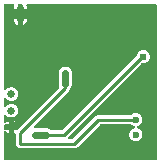
<source format=gbl>
G04 Layer: BottomLayer*
G04 EasyEDA v6.4.5, 2020-09-20T16:18:12--7:00*
G04 bc100e7cdeee4e5aa78747fa08b5d3d3,abbdd1fb948b472fab9dcc4573dbb586,10*
G04 Gerber Generator version 0.2*
G04 Scale: 100 percent, Rotated: No, Reflected: No *
G04 Dimensions in millimeters *
G04 leading zeros omitted , absolute positions ,3 integer and 3 decimal *
%FSLAX33Y33*%
%MOMM*%
G90*
G71D02*

%ADD10C,0.254000*%
%ADD11C,0.599999*%
%ADD12C,0.609600*%
%ADD15C,0.650011*%

%LPD*%
G36*
G01X1043Y13459D02*
G01X358Y13459D01*
G01X343Y13458D01*
G01X329Y13455D01*
G01X315Y13450D01*
G01X303Y13443D01*
G01X291Y13434D01*
G01X281Y13424D01*
G01X272Y13412D01*
G01X265Y13400D01*
G01X260Y13386D01*
G01X257Y13372D01*
G01X256Y13357D01*
G01X256Y6271D01*
G01X257Y6257D01*
G01X260Y6243D01*
G01X265Y6229D01*
G01X272Y6216D01*
G01X281Y6205D01*
G01X291Y6195D01*
G01X303Y6186D01*
G01X315Y6179D01*
G01X329Y6174D01*
G01X343Y6171D01*
G01X358Y6170D01*
G01X373Y6171D01*
G01X387Y6174D01*
G01X401Y6180D01*
G01X415Y6187D01*
G01X426Y6197D01*
G01X436Y6208D01*
G01X459Y6234D01*
G01X483Y6259D01*
G01X509Y6282D01*
G01X535Y6303D01*
G01X563Y6324D01*
G01X592Y6342D01*
G01X623Y6359D01*
G01X654Y6373D01*
G01X686Y6387D01*
G01X718Y6398D01*
G01X752Y6407D01*
G01X785Y6414D01*
G01X819Y6419D01*
G01X854Y6422D01*
G01X889Y6423D01*
G01X924Y6422D01*
G01X959Y6419D01*
G01X993Y6414D01*
G01X1028Y6406D01*
G01X1062Y6397D01*
G01X1095Y6385D01*
G01X1127Y6372D01*
G01X1159Y6357D01*
G01X1189Y6339D01*
G01X1219Y6320D01*
G01X1247Y6299D01*
G01X1274Y6277D01*
G01X1324Y6227D01*
G01X1346Y6200D01*
G01X1367Y6172D01*
G01X1386Y6142D01*
G01X1404Y6112D01*
G01X1419Y6080D01*
G01X1432Y6048D01*
G01X1444Y6015D01*
G01X1453Y5981D01*
G01X1461Y5946D01*
G01X1466Y5912D01*
G01X1469Y5877D01*
G01X1470Y5842D01*
G01X1469Y5806D01*
G01X1466Y5771D01*
G01X1461Y5737D01*
G01X1453Y5702D01*
G01X1444Y5668D01*
G01X1432Y5635D01*
G01X1419Y5603D01*
G01X1404Y5571D01*
G01X1386Y5541D01*
G01X1367Y5511D01*
G01X1346Y5483D01*
G01X1324Y5456D01*
G01X1274Y5406D01*
G01X1247Y5384D01*
G01X1219Y5363D01*
G01X1189Y5344D01*
G01X1159Y5326D01*
G01X1127Y5311D01*
G01X1095Y5298D01*
G01X1062Y5286D01*
G01X1028Y5277D01*
G01X993Y5269D01*
G01X959Y5264D01*
G01X924Y5261D01*
G01X889Y5260D01*
G01X854Y5261D01*
G01X819Y5264D01*
G01X785Y5269D01*
G01X752Y5276D01*
G01X718Y5285D01*
G01X686Y5296D01*
G01X654Y5310D01*
G01X623Y5324D01*
G01X592Y5341D01*
G01X563Y5359D01*
G01X535Y5380D01*
G01X509Y5401D01*
G01X483Y5424D01*
G01X459Y5449D01*
G01X436Y5475D01*
G01X426Y5486D01*
G01X415Y5496D01*
G01X401Y5503D01*
G01X387Y5509D01*
G01X373Y5512D01*
G01X358Y5513D01*
G01X343Y5512D01*
G01X329Y5509D01*
G01X315Y5504D01*
G01X303Y5497D01*
G01X291Y5488D01*
G01X281Y5478D01*
G01X272Y5467D01*
G01X265Y5454D01*
G01X260Y5440D01*
G01X257Y5426D01*
G01X256Y5412D01*
G01X256Y4874D01*
G01X257Y4860D01*
G01X260Y4846D01*
G01X265Y4832D01*
G01X272Y4819D01*
G01X281Y4808D01*
G01X291Y4798D01*
G01X303Y4789D01*
G01X315Y4782D01*
G01X329Y4777D01*
G01X343Y4774D01*
G01X358Y4773D01*
G01X373Y4774D01*
G01X387Y4777D01*
G01X401Y4783D01*
G01X415Y4790D01*
G01X426Y4800D01*
G01X436Y4811D01*
G01X459Y4837D01*
G01X483Y4862D01*
G01X509Y4885D01*
G01X535Y4906D01*
G01X563Y4927D01*
G01X592Y4945D01*
G01X623Y4962D01*
G01X654Y4976D01*
G01X686Y4990D01*
G01X718Y5001D01*
G01X752Y5010D01*
G01X785Y5017D01*
G01X819Y5022D01*
G01X854Y5025D01*
G01X889Y5026D01*
G01X924Y5025D01*
G01X959Y5022D01*
G01X993Y5017D01*
G01X1028Y5009D01*
G01X1062Y5000D01*
G01X1095Y4988D01*
G01X1127Y4975D01*
G01X1159Y4960D01*
G01X1189Y4942D01*
G01X1219Y4923D01*
G01X1247Y4902D01*
G01X1274Y4880D01*
G01X1324Y4830D01*
G01X1346Y4803D01*
G01X1367Y4775D01*
G01X1386Y4745D01*
G01X1404Y4715D01*
G01X1419Y4683D01*
G01X1432Y4651D01*
G01X1444Y4618D01*
G01X1453Y4584D01*
G01X1461Y4549D01*
G01X1466Y4515D01*
G01X1469Y4480D01*
G01X1470Y4445D01*
G01X1469Y4409D01*
G01X1466Y4374D01*
G01X1461Y4340D01*
G01X1453Y4305D01*
G01X1444Y4271D01*
G01X1432Y4238D01*
G01X1419Y4206D01*
G01X1404Y4174D01*
G01X1386Y4144D01*
G01X1367Y4114D01*
G01X1346Y4086D01*
G01X1324Y4059D01*
G01X1274Y4009D01*
G01X1247Y3987D01*
G01X1219Y3966D01*
G01X1189Y3947D01*
G01X1159Y3929D01*
G01X1127Y3914D01*
G01X1095Y3901D01*
G01X1062Y3889D01*
G01X1028Y3880D01*
G01X993Y3872D01*
G01X959Y3867D01*
G01X924Y3864D01*
G01X889Y3863D01*
G01X854Y3864D01*
G01X819Y3867D01*
G01X785Y3872D01*
G01X752Y3879D01*
G01X718Y3888D01*
G01X686Y3899D01*
G01X654Y3913D01*
G01X623Y3927D01*
G01X592Y3944D01*
G01X563Y3962D01*
G01X535Y3983D01*
G01X509Y4004D01*
G01X483Y4027D01*
G01X459Y4052D01*
G01X436Y4078D01*
G01X426Y4089D01*
G01X415Y4099D01*
G01X401Y4106D01*
G01X387Y4112D01*
G01X373Y4115D01*
G01X358Y4116D01*
G01X343Y4115D01*
G01X329Y4112D01*
G01X315Y4107D01*
G01X303Y4100D01*
G01X291Y4091D01*
G01X281Y4081D01*
G01X272Y4070D01*
G01X265Y4057D01*
G01X260Y4043D01*
G01X257Y4029D01*
G01X256Y4015D01*
G01X256Y3477D01*
G01X257Y3463D01*
G01X260Y3449D01*
G01X265Y3435D01*
G01X272Y3422D01*
G01X281Y3411D01*
G01X291Y3401D01*
G01X303Y3392D01*
G01X315Y3385D01*
G01X329Y3380D01*
G01X343Y3377D01*
G01X358Y3376D01*
G01X373Y3377D01*
G01X387Y3380D01*
G01X401Y3386D01*
G01X415Y3393D01*
G01X426Y3403D01*
G01X436Y3414D01*
G01X460Y3441D01*
G01X485Y3466D01*
G01X511Y3490D01*
G01X539Y3512D01*
G01X568Y3533D01*
G01X598Y3551D01*
G01X630Y3569D01*
G01X662Y3583D01*
G01X662Y3274D01*
G01X358Y3274D01*
G01X343Y3273D01*
G01X329Y3269D01*
G01X315Y3264D01*
G01X303Y3257D01*
G01X291Y3249D01*
G01X281Y3239D01*
G01X272Y3227D01*
G01X265Y3214D01*
G01X260Y3200D01*
G01X257Y3186D01*
G01X256Y3172D01*
G01X256Y2923D01*
G01X257Y2909D01*
G01X260Y2895D01*
G01X265Y2881D01*
G01X272Y2868D01*
G01X281Y2856D01*
G01X291Y2846D01*
G01X303Y2838D01*
G01X315Y2831D01*
G01X329Y2826D01*
G01X343Y2822D01*
G01X358Y2821D01*
G01X662Y2821D01*
G01X662Y2512D01*
G01X630Y2526D01*
G01X598Y2544D01*
G01X568Y2562D01*
G01X539Y2583D01*
G01X511Y2605D01*
G01X485Y2629D01*
G01X460Y2654D01*
G01X436Y2681D01*
G01X426Y2692D01*
G01X415Y2702D01*
G01X401Y2709D01*
G01X387Y2715D01*
G01X373Y2718D01*
G01X358Y2719D01*
G01X343Y2718D01*
G01X329Y2715D01*
G01X315Y2710D01*
G01X303Y2703D01*
G01X291Y2694D01*
G01X281Y2684D01*
G01X272Y2673D01*
G01X265Y2660D01*
G01X260Y2646D01*
G01X257Y2632D01*
G01X256Y2618D01*
G01X256Y358D01*
G01X257Y343D01*
G01X260Y329D01*
G01X265Y315D01*
G01X272Y303D01*
G01X281Y291D01*
G01X291Y281D01*
G01X303Y272D01*
G01X315Y265D01*
G01X329Y260D01*
G01X343Y257D01*
G01X358Y256D01*
G01X13103Y256D01*
G01X13118Y257D01*
G01X13132Y260D01*
G01X13146Y265D01*
G01X13158Y272D01*
G01X13170Y281D01*
G01X13180Y291D01*
G01X13189Y303D01*
G01X13196Y315D01*
G01X13201Y329D01*
G01X13204Y343D01*
G01X13205Y358D01*
G01X13205Y13357D01*
G01X13204Y13372D01*
G01X13201Y13386D01*
G01X13196Y13400D01*
G01X13189Y13412D01*
G01X13180Y13424D01*
G01X13170Y13434D01*
G01X13158Y13443D01*
G01X13146Y13450D01*
G01X13132Y13455D01*
G01X13118Y13458D01*
G01X13103Y13459D01*
G01X2258Y13459D01*
G01X2244Y13458D01*
G01X2230Y13455D01*
G01X2216Y13450D01*
G01X2203Y13443D01*
G01X2192Y13434D01*
G01X2181Y13424D01*
G01X2173Y13412D01*
G01X2166Y13400D01*
G01X2161Y13386D01*
G01X2157Y13372D01*
G01X2156Y13357D01*
G01X2159Y13338D01*
G01X2165Y13318D01*
G01X2177Y13284D01*
G01X2188Y13249D01*
G01X2196Y13214D01*
G01X2202Y13178D01*
G01X2206Y13141D01*
G01X2207Y13104D01*
G01X2207Y13089D01*
G01X1864Y13089D01*
G01X1864Y13357D01*
G01X1863Y13372D01*
G01X1860Y13386D01*
G01X1855Y13400D01*
G01X1848Y13412D01*
G01X1839Y13424D01*
G01X1829Y13434D01*
G01X1817Y13443D01*
G01X1804Y13450D01*
G01X1791Y13455D01*
G01X1777Y13458D01*
G01X1762Y13459D01*
G01X1539Y13459D01*
G01X1524Y13458D01*
G01X1510Y13455D01*
G01X1497Y13450D01*
G01X1484Y13443D01*
G01X1472Y13434D01*
G01X1462Y13424D01*
G01X1453Y13412D01*
G01X1446Y13400D01*
G01X1441Y13386D01*
G01X1438Y13372D01*
G01X1437Y13357D01*
G01X1437Y13089D01*
G01X1094Y13089D01*
G01X1094Y13104D01*
G01X1095Y13141D01*
G01X1099Y13178D01*
G01X1105Y13214D01*
G01X1113Y13249D01*
G01X1124Y13284D01*
G01X1136Y13318D01*
G01X1143Y13338D01*
G01X1145Y13357D01*
G01X1144Y13372D01*
G01X1140Y13386D01*
G01X1135Y13400D01*
G01X1128Y13412D01*
G01X1120Y13424D01*
G01X1109Y13434D01*
G01X1098Y13443D01*
G01X1085Y13450D01*
G01X1071Y13455D01*
G01X1057Y13458D01*
G01X1043Y13459D01*
G37*

%LPC*%
G36*
G01X12099Y9577D02*
G01X12065Y9578D01*
G01X12029Y9577D01*
G01X11995Y9573D01*
G01X11960Y9568D01*
G01X11926Y9561D01*
G01X11893Y9551D01*
G01X11860Y9539D01*
G01X11828Y9526D01*
G01X11796Y9510D01*
G01X11766Y9492D01*
G01X11737Y9473D01*
G01X11709Y9451D01*
G01X11684Y9428D01*
G01X11659Y9404D01*
G01X11635Y9378D01*
G01X11613Y9351D01*
G01X11594Y9322D01*
G01X11575Y9292D01*
G01X11559Y9261D01*
G01X11545Y9229D01*
G01X11533Y9196D01*
G01X11522Y9163D01*
G01X11516Y9147D01*
G01X11508Y9131D01*
G01X11497Y9118D01*
G01X5204Y2826D01*
G01X5192Y2815D01*
G01X5179Y2807D01*
G01X5164Y2801D01*
G01X5149Y2797D01*
G01X5132Y2796D01*
G01X4260Y2796D01*
G01X4244Y2797D01*
G01X4230Y2801D01*
G01X4215Y2806D01*
G01X4203Y2813D01*
G01X4191Y2823D01*
G01X4165Y2845D01*
G01X4137Y2866D01*
G01X4109Y2885D01*
G01X4079Y2902D01*
G01X4048Y2918D01*
G01X4016Y2931D01*
G01X3984Y2943D01*
G01X3951Y2952D01*
G01X3917Y2960D01*
G01X3883Y2965D01*
G01X3849Y2968D01*
G01X3815Y2969D01*
G01X2872Y2969D01*
G01X2867Y2968D01*
G01X2853Y2970D01*
G01X2839Y2973D01*
G01X2825Y2978D01*
G01X2812Y2985D01*
G01X2801Y2993D01*
G01X2790Y3004D01*
G01X2782Y3015D01*
G01X2775Y3028D01*
G01X2770Y3041D01*
G01X2767Y3056D01*
G01X2766Y3070D01*
G01X2767Y3086D01*
G01X2771Y3101D01*
G01X2777Y3116D01*
G01X2785Y3130D01*
G01X2796Y3142D01*
G01X5732Y6078D01*
G01X5753Y6102D01*
G01X5773Y6127D01*
G01X5790Y6153D01*
G01X5805Y6181D01*
G01X5818Y6211D01*
G01X5828Y6241D01*
G01X5836Y6272D01*
G01X5842Y6290D01*
G01X5851Y6306D01*
G01X5862Y6321D01*
G01X5886Y6347D01*
G01X5908Y6375D01*
G01X5928Y6404D01*
G01X5946Y6435D01*
G01X5962Y6466D01*
G01X5977Y6499D01*
G01X5989Y6532D01*
G01X5999Y6566D01*
G01X6007Y6601D01*
G01X6013Y6636D01*
G01X6016Y6671D01*
G01X6017Y6707D01*
G01X6017Y7625D01*
G01X6016Y7658D01*
G01X6013Y7692D01*
G01X6008Y7725D01*
G01X6001Y7758D01*
G01X5992Y7790D01*
G01X5981Y7822D01*
G01X5968Y7853D01*
G01X5953Y7883D01*
G01X5937Y7912D01*
G01X5919Y7941D01*
G01X5877Y7993D01*
G01X5854Y8018D01*
G01X5829Y8041D01*
G01X5804Y8062D01*
G01X5776Y8082D01*
G01X5749Y8101D01*
G01X5719Y8117D01*
G01X5689Y8132D01*
G01X5658Y8145D01*
G01X5626Y8156D01*
G01X5594Y8165D01*
G01X5561Y8172D01*
G01X5528Y8177D01*
G01X5494Y8180D01*
G01X5461Y8181D01*
G01X5427Y8180D01*
G01X5393Y8177D01*
G01X5360Y8172D01*
G01X5327Y8165D01*
G01X5295Y8156D01*
G01X5263Y8145D01*
G01X5232Y8132D01*
G01X5202Y8117D01*
G01X5172Y8101D01*
G01X5145Y8082D01*
G01X5117Y8062D01*
G01X5092Y8041D01*
G01X5067Y8018D01*
G01X5044Y7993D01*
G01X5002Y7941D01*
G01X4984Y7912D01*
G01X4968Y7883D01*
G01X4953Y7853D01*
G01X4940Y7822D01*
G01X4929Y7790D01*
G01X4920Y7758D01*
G01X4913Y7725D01*
G01X4908Y7692D01*
G01X4905Y7658D01*
G01X4904Y7625D01*
G01X4904Y6707D01*
G01X4905Y6673D01*
G01X4908Y6639D01*
G01X4913Y6606D01*
G01X4920Y6573D01*
G01X4929Y6541D01*
G01X4940Y6509D01*
G01X4953Y6478D01*
G01X4958Y6464D01*
G01X4961Y6450D01*
G01X4962Y6436D01*
G01X4961Y6420D01*
G01X4957Y6404D01*
G01X4951Y6390D01*
G01X4943Y6376D01*
G01X4933Y6364D01*
G01X1420Y2851D01*
G01X1408Y2841D01*
G01X1394Y2833D01*
G01X1379Y2827D01*
G01X1364Y2823D01*
G01X1348Y2821D01*
G01X1115Y2821D01*
G01X1115Y2512D01*
G01X1124Y2516D01*
G01X1145Y2522D01*
G01X1165Y2525D01*
G01X1180Y2524D01*
G01X1194Y2521D01*
G01X1208Y2516D01*
G01X1220Y2509D01*
G01X1232Y2500D01*
G01X1242Y2490D01*
G01X1251Y2478D01*
G01X1258Y2465D01*
G01X1263Y2452D01*
G01X1266Y2437D01*
G01X1267Y2423D01*
G01X1267Y1651D01*
G01X1268Y1622D01*
G01X1271Y1593D01*
G01X1277Y1565D01*
G01X1284Y1537D01*
G01X1293Y1510D01*
G01X1305Y1484D01*
G01X1318Y1458D01*
G01X1334Y1435D01*
G01X1351Y1411D01*
G01X1370Y1389D01*
G01X1389Y1370D01*
G01X1411Y1351D01*
G01X1435Y1334D01*
G01X1459Y1318D01*
G01X1484Y1305D01*
G01X1510Y1293D01*
G01X1537Y1284D01*
G01X1565Y1277D01*
G01X1593Y1271D01*
G01X1622Y1268D01*
G01X1651Y1267D01*
G01X6223Y1267D01*
G01X6252Y1268D01*
G01X6282Y1272D01*
G01X6312Y1278D01*
G01X6341Y1286D01*
G01X6369Y1296D01*
G01X6397Y1309D01*
G01X6423Y1323D01*
G01X6448Y1340D01*
G01X6471Y1359D01*
G01X6494Y1379D01*
G01X8384Y3269D01*
G01X8396Y3280D01*
G01X8409Y3288D01*
G01X8424Y3294D01*
G01X8439Y3298D01*
G01X8456Y3299D01*
G01X10985Y3299D01*
G01X11000Y3298D01*
G01X11014Y3294D01*
G01X11029Y3289D01*
G01X11041Y3282D01*
G01X11054Y3272D01*
G01X11082Y3248D01*
G01X11113Y3225D01*
G01X11145Y3204D01*
G01X11178Y3186D01*
G01X11212Y3170D01*
G01X11247Y3157D01*
G01X11283Y3146D01*
G01X11297Y3140D01*
G01X11310Y3134D01*
G01X11322Y3125D01*
G01X11332Y3115D01*
G01X11342Y3103D01*
G01X11349Y3090D01*
G01X11354Y3076D01*
G01X11357Y3062D01*
G01X11358Y3048D01*
G01X11357Y3033D01*
G01X11354Y3019D01*
G01X11349Y3005D01*
G01X11342Y2992D01*
G01X11332Y2980D01*
G01X11322Y2970D01*
G01X11310Y2961D01*
G01X11297Y2955D01*
G01X11283Y2949D01*
G01X11250Y2939D01*
G01X11218Y2927D01*
G01X11186Y2913D01*
G01X11156Y2897D01*
G01X11126Y2879D01*
G01X11098Y2860D01*
G01X11070Y2838D01*
G01X11045Y2815D01*
G01X11021Y2790D01*
G01X10998Y2764D01*
G01X10977Y2737D01*
G01X10958Y2708D01*
G01X10940Y2678D01*
G01X10925Y2647D01*
G01X10911Y2615D01*
G01X10900Y2583D01*
G01X10890Y2549D01*
G01X10882Y2516D01*
G01X10877Y2482D01*
G01X10874Y2447D01*
G01X10873Y2413D01*
G01X10874Y2379D01*
G01X10877Y2345D01*
G01X10882Y2312D01*
G01X10889Y2279D01*
G01X10898Y2247D01*
G01X10909Y2215D01*
G01X10922Y2184D01*
G01X10937Y2154D01*
G01X10953Y2124D01*
G01X10971Y2097D01*
G01X10992Y2069D01*
G01X11013Y2044D01*
G01X11036Y2019D01*
G01X11061Y1996D01*
G01X11086Y1975D01*
G01X11114Y1954D01*
G01X11141Y1936D01*
G01X11171Y1920D01*
G01X11201Y1905D01*
G01X11232Y1892D01*
G01X11264Y1881D01*
G01X11296Y1872D01*
G01X11329Y1865D01*
G01X11362Y1860D01*
G01X11396Y1857D01*
G01X11430Y1856D01*
G01X11463Y1857D01*
G01X11497Y1860D01*
G01X11530Y1865D01*
G01X11563Y1872D01*
G01X11595Y1881D01*
G01X11627Y1892D01*
G01X11658Y1905D01*
G01X11688Y1920D01*
G01X11718Y1936D01*
G01X11745Y1954D01*
G01X11773Y1975D01*
G01X11798Y1996D01*
G01X11823Y2019D01*
G01X11846Y2044D01*
G01X11867Y2069D01*
G01X11888Y2097D01*
G01X11906Y2124D01*
G01X11922Y2154D01*
G01X11937Y2184D01*
G01X11950Y2215D01*
G01X11961Y2247D01*
G01X11970Y2279D01*
G01X11977Y2312D01*
G01X11982Y2345D01*
G01X11985Y2379D01*
G01X11986Y2413D01*
G01X11985Y2447D01*
G01X11982Y2482D01*
G01X11977Y2516D01*
G01X11969Y2549D01*
G01X11959Y2583D01*
G01X11948Y2615D01*
G01X11934Y2647D01*
G01X11919Y2678D01*
G01X11901Y2708D01*
G01X11882Y2737D01*
G01X11861Y2764D01*
G01X11838Y2790D01*
G01X11814Y2815D01*
G01X11789Y2838D01*
G01X11761Y2860D01*
G01X11733Y2879D01*
G01X11703Y2897D01*
G01X11673Y2913D01*
G01X11641Y2927D01*
G01X11609Y2939D01*
G01X11576Y2949D01*
G01X11562Y2955D01*
G01X11549Y2961D01*
G01X11537Y2970D01*
G01X11527Y2980D01*
G01X11517Y2992D01*
G01X11510Y3005D01*
G01X11505Y3019D01*
G01X11502Y3033D01*
G01X11501Y3048D01*
G01X11502Y3062D01*
G01X11505Y3076D01*
G01X11510Y3090D01*
G01X11517Y3103D01*
G01X11527Y3115D01*
G01X11537Y3125D01*
G01X11549Y3134D01*
G01X11562Y3140D01*
G01X11576Y3146D01*
G01X11609Y3156D01*
G01X11641Y3168D01*
G01X11673Y3182D01*
G01X11703Y3198D01*
G01X11733Y3216D01*
G01X11761Y3235D01*
G01X11789Y3257D01*
G01X11814Y3280D01*
G01X11838Y3305D01*
G01X11861Y3331D01*
G01X11882Y3358D01*
G01X11901Y3387D01*
G01X11919Y3417D01*
G01X11934Y3448D01*
G01X11948Y3480D01*
G01X11959Y3512D01*
G01X11969Y3546D01*
G01X11977Y3579D01*
G01X11982Y3613D01*
G01X11985Y3648D01*
G01X11986Y3683D01*
G01X11985Y3716D01*
G01X11982Y3750D01*
G01X11977Y3783D01*
G01X11970Y3816D01*
G01X11961Y3848D01*
G01X11950Y3880D01*
G01X11937Y3911D01*
G01X11922Y3941D01*
G01X11906Y3971D01*
G01X11888Y3998D01*
G01X11867Y4026D01*
G01X11846Y4051D01*
G01X11823Y4076D01*
G01X11798Y4099D01*
G01X11773Y4120D01*
G01X11745Y4141D01*
G01X11718Y4159D01*
G01X11688Y4175D01*
G01X11658Y4190D01*
G01X11627Y4203D01*
G01X11595Y4214D01*
G01X11563Y4223D01*
G01X11530Y4230D01*
G01X11497Y4235D01*
G01X11463Y4238D01*
G01X11430Y4239D01*
G01X11395Y4238D01*
G01X11361Y4235D01*
G01X11327Y4230D01*
G01X11293Y4222D01*
G01X11260Y4213D01*
G01X11228Y4201D01*
G01X11196Y4188D01*
G01X11165Y4172D01*
G01X11135Y4155D01*
G01X11107Y4136D01*
G01X11079Y4115D01*
G01X11054Y4093D01*
G01X11041Y4083D01*
G01X11029Y4076D01*
G01X11014Y4071D01*
G01X11000Y4067D01*
G01X10985Y4066D01*
G01X8255Y4066D01*
G01X8225Y4065D01*
G01X8195Y4061D01*
G01X8165Y4055D01*
G01X8136Y4047D01*
G01X8108Y4037D01*
G01X8080Y4024D01*
G01X8054Y4010D01*
G01X8029Y3993D01*
G01X8006Y3974D01*
G01X7983Y3954D01*
G01X6093Y2064D01*
G01X6081Y2053D01*
G01X6068Y2045D01*
G01X6053Y2039D01*
G01X6038Y2035D01*
G01X6021Y2034D01*
G01X5743Y2034D01*
G01X5728Y2035D01*
G01X5714Y2038D01*
G01X5700Y2043D01*
G01X5688Y2050D01*
G01X5676Y2059D01*
G01X5666Y2069D01*
G01X5657Y2081D01*
G01X5650Y2093D01*
G01X5645Y2107D01*
G01X5642Y2121D01*
G01X5641Y2136D01*
G01X5642Y2151D01*
G01X5646Y2167D01*
G01X5652Y2182D01*
G01X5661Y2196D01*
G01X5671Y2207D01*
G01X11896Y8432D01*
G01X11908Y8443D01*
G01X11922Y8451D01*
G01X11936Y8457D01*
G01X11952Y8461D01*
G01X11968Y8462D01*
G01X11983Y8461D01*
G01X12023Y8457D01*
G01X12065Y8455D01*
G01X12099Y8456D01*
G01X12132Y8459D01*
G01X12166Y8464D01*
G01X12199Y8471D01*
G01X12232Y8481D01*
G01X12264Y8492D01*
G01X12295Y8504D01*
G01X12326Y8520D01*
G01X12355Y8536D01*
G01X12384Y8555D01*
G01X12410Y8575D01*
G01X12437Y8596D01*
G01X12485Y8644D01*
G01X12506Y8671D01*
G01X12526Y8697D01*
G01X12545Y8726D01*
G01X12561Y8755D01*
G01X12577Y8786D01*
G01X12589Y8817D01*
G01X12600Y8849D01*
G01X12610Y8882D01*
G01X12617Y8915D01*
G01X12622Y8949D01*
G01X12625Y8982D01*
G01X12626Y9017D01*
G01X12625Y9051D01*
G01X12622Y9084D01*
G01X12617Y9118D01*
G01X12610Y9151D01*
G01X12600Y9184D01*
G01X12589Y9216D01*
G01X12577Y9247D01*
G01X12561Y9278D01*
G01X12545Y9307D01*
G01X12526Y9336D01*
G01X12506Y9362D01*
G01X12485Y9389D01*
G01X12437Y9437D01*
G01X12410Y9458D01*
G01X12384Y9478D01*
G01X12355Y9497D01*
G01X12326Y9513D01*
G01X12295Y9529D01*
G01X12264Y9541D01*
G01X12232Y9552D01*
G01X12199Y9562D01*
G01X12166Y9569D01*
G01X12132Y9574D01*
G01X12099Y9577D01*
G37*
G36*
G01X1146Y3569D02*
G01X1115Y3583D01*
G01X1115Y3274D01*
G01X1424Y3274D01*
G01X1410Y3305D01*
G01X1394Y3336D01*
G01X1376Y3365D01*
G01X1356Y3393D01*
G01X1335Y3420D01*
G01X1312Y3446D01*
G01X1287Y3471D01*
G01X1261Y3494D01*
G01X1234Y3515D01*
G01X1206Y3535D01*
G01X1177Y3553D01*
G01X1146Y3569D01*
G37*
G36*
G01X2207Y12203D02*
G01X1864Y12203D01*
G01X1864Y11673D01*
G01X1895Y11687D01*
G01X1926Y11703D01*
G01X1955Y11721D01*
G01X1984Y11741D01*
G01X2011Y11762D01*
G01X2036Y11785D01*
G01X2060Y11810D01*
G01X2083Y11836D01*
G01X2104Y11863D01*
G01X2123Y11892D01*
G01X2140Y11922D01*
G01X2155Y11953D01*
G01X2169Y11985D01*
G01X2180Y12017D01*
G01X2190Y12050D01*
G01X2198Y12084D01*
G01X2203Y12118D01*
G01X2206Y12152D01*
G01X2207Y12186D01*
G01X2207Y12203D01*
G37*
G36*
G01X1437Y12203D02*
G01X1094Y12203D01*
G01X1094Y12186D01*
G01X1095Y12152D01*
G01X1098Y12118D01*
G01X1103Y12084D01*
G01X1111Y12050D01*
G01X1121Y12017D01*
G01X1132Y11985D01*
G01X1146Y11953D01*
G01X1161Y11922D01*
G01X1178Y11892D01*
G01X1197Y11863D01*
G01X1218Y11836D01*
G01X1241Y11810D01*
G01X1265Y11785D01*
G01X1290Y11762D01*
G01X1317Y11741D01*
G01X1346Y11721D01*
G01X1375Y11703D01*
G01X1406Y11687D01*
G01X1437Y11673D01*
G01X1437Y12203D01*
G37*

%LPD*%
G54D10*
G01X5461Y7166D02*
G01X5461Y6350D01*
G01X1651Y2540D01*
G01X1651Y1651D01*
G01X6223Y1651D01*
G01X8255Y3683D01*
G01X11430Y3683D01*
G01X1651Y12646D02*
G01X1651Y3810D01*
G01X889Y3048D01*
G01X12065Y9017D02*
G01X11938Y9017D01*
G01X5334Y2413D01*
G01X3355Y2413D01*
G54D15*
G01X889Y4445D03*
G01X889Y5842D03*
G54D11*
G01X11430Y2413D03*
G54D15*
G01X889Y3048D03*
G54D11*
G01X11430Y3683D03*
G54D12*
G01X12065Y9017D03*
G54D11*
G01X2896Y2413D02*
G01X3816Y2413D01*
G01X5461Y7626D02*
G01X5461Y6706D01*
G01X1651Y13105D02*
G01X1651Y12185D01*
M00*
M02*

</source>
